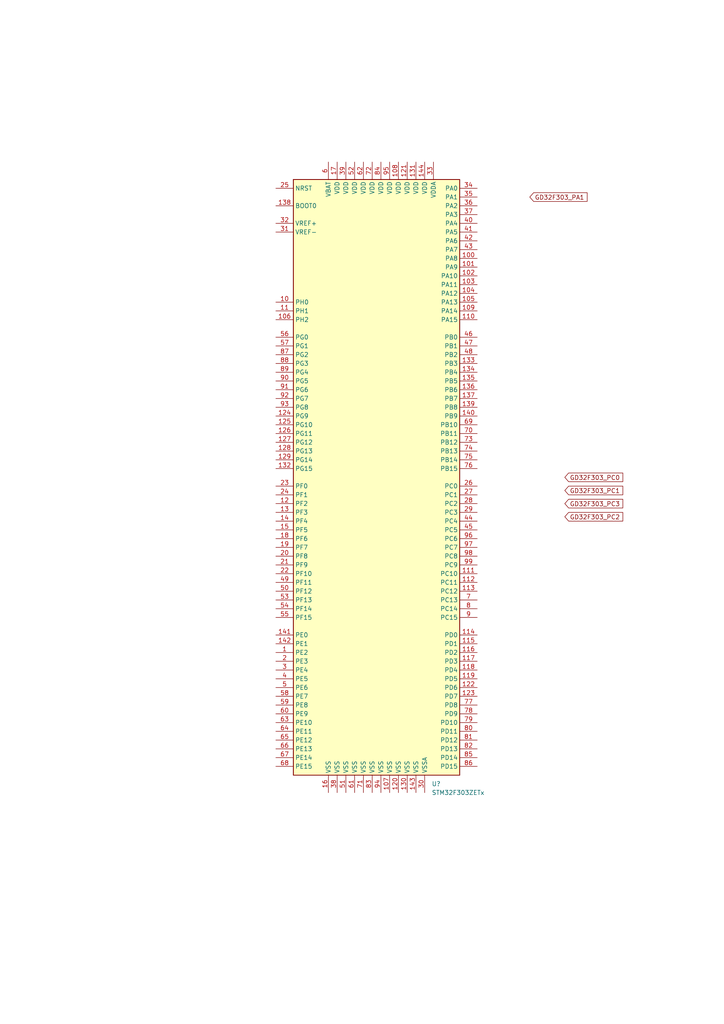
<source format=kicad_sch>
(kicad_sch (version 20211123) (generator eeschema)

  (uuid 950a68f1-3cfc-4ee4-a21e-cf431034cff5)

  (paper "A4" portrait)

  (lib_symbols
    (symbol "MCU_ST_STM32F3:STM32F303ZETx" (in_bom yes) (on_board yes)
      (property "Reference" "U" (id 0) (at -25.4 87.63 0)
        (effects (font (size 1.27 1.27)) (justify left))
      )
      (property "Value" "STM32F303ZETx" (id 1) (at 17.78 87.63 0)
        (effects (font (size 1.27 1.27)) (justify left))
      )
      (property "Footprint" "Package_QFP:LQFP-144_20x20mm_P0.5mm" (id 2) (at -25.4 -86.36 0)
        (effects (font (size 1.27 1.27)) (justify right) hide)
      )
      (property "Datasheet" "http://www.st.com/st-web-ui/static/active/en/resource/technical/document/datasheet/DM00118585.pdf" (id 3) (at 0 0 0)
        (effects (font (size 1.27 1.27)) hide)
      )
      (property "ki_keywords" "ARM Cortex-M4 STM32F3 STM32F303" (id 4) (at 0 0 0)
        (effects (font (size 1.27 1.27)) hide)
      )
      (property "ki_description" "ARM Cortex-M4 MCU, 512KB flash, 64KB RAM, 72MHz, 2-3.6V, 115 GPIO, LQFP-144" (id 5) (at 0 0 0)
        (effects (font (size 1.27 1.27)) hide)
      )
      (property "ki_fp_filters" "LQFP*20x20mm*P0.5mm*" (id 6) (at 0 0 0)
        (effects (font (size 1.27 1.27)) hide)
      )
      (symbol "STM32F303ZETx_0_1"
        (rectangle (start -25.4 -86.36) (end 22.86 86.36)
          (stroke (width 0.254) (type default) (color 0 0 0 0))
          (fill (type background))
        )
      )
      (symbol "STM32F303ZETx_1_1"
        (pin bidirectional line (at -30.48 -50.8 0) (length 5.08)
          (name "PE2" (effects (font (size 1.27 1.27))))
          (number "1" (effects (font (size 1.27 1.27))))
        )
        (pin bidirectional line (at -30.48 50.8 0) (length 5.08)
          (name "PH0" (effects (font (size 1.27 1.27))))
          (number "10" (effects (font (size 1.27 1.27))))
        )
        (pin bidirectional line (at 27.94 63.5 180) (length 5.08)
          (name "PA8" (effects (font (size 1.27 1.27))))
          (number "100" (effects (font (size 1.27 1.27))))
        )
        (pin bidirectional line (at 27.94 60.96 180) (length 5.08)
          (name "PA9" (effects (font (size 1.27 1.27))))
          (number "101" (effects (font (size 1.27 1.27))))
        )
        (pin bidirectional line (at 27.94 58.42 180) (length 5.08)
          (name "PA10" (effects (font (size 1.27 1.27))))
          (number "102" (effects (font (size 1.27 1.27))))
        )
        (pin bidirectional line (at 27.94 55.88 180) (length 5.08)
          (name "PA11" (effects (font (size 1.27 1.27))))
          (number "103" (effects (font (size 1.27 1.27))))
        )
        (pin bidirectional line (at 27.94 53.34 180) (length 5.08)
          (name "PA12" (effects (font (size 1.27 1.27))))
          (number "104" (effects (font (size 1.27 1.27))))
        )
        (pin bidirectional line (at 27.94 50.8 180) (length 5.08)
          (name "PA13" (effects (font (size 1.27 1.27))))
          (number "105" (effects (font (size 1.27 1.27))))
        )
        (pin bidirectional line (at -30.48 45.72 0) (length 5.08)
          (name "PH2" (effects (font (size 1.27 1.27))))
          (number "106" (effects (font (size 1.27 1.27))))
        )
        (pin power_in line (at 2.54 -91.44 90) (length 5.08)
          (name "VSS" (effects (font (size 1.27 1.27))))
          (number "107" (effects (font (size 1.27 1.27))))
        )
        (pin power_in line (at 5.08 91.44 270) (length 5.08)
          (name "VDD" (effects (font (size 1.27 1.27))))
          (number "108" (effects (font (size 1.27 1.27))))
        )
        (pin bidirectional line (at 27.94 48.26 180) (length 5.08)
          (name "PA14" (effects (font (size 1.27 1.27))))
          (number "109" (effects (font (size 1.27 1.27))))
        )
        (pin bidirectional line (at -30.48 48.26 0) (length 5.08)
          (name "PH1" (effects (font (size 1.27 1.27))))
          (number "11" (effects (font (size 1.27 1.27))))
        )
        (pin bidirectional line (at 27.94 45.72 180) (length 5.08)
          (name "PA15" (effects (font (size 1.27 1.27))))
          (number "110" (effects (font (size 1.27 1.27))))
        )
        (pin bidirectional line (at 27.94 -27.94 180) (length 5.08)
          (name "PC10" (effects (font (size 1.27 1.27))))
          (number "111" (effects (font (size 1.27 1.27))))
        )
        (pin bidirectional line (at 27.94 -30.48 180) (length 5.08)
          (name "PC11" (effects (font (size 1.27 1.27))))
          (number "112" (effects (font (size 1.27 1.27))))
        )
        (pin bidirectional line (at 27.94 -33.02 180) (length 5.08)
          (name "PC12" (effects (font (size 1.27 1.27))))
          (number "113" (effects (font (size 1.27 1.27))))
        )
        (pin bidirectional line (at 27.94 -45.72 180) (length 5.08)
          (name "PD0" (effects (font (size 1.27 1.27))))
          (number "114" (effects (font (size 1.27 1.27))))
        )
        (pin bidirectional line (at 27.94 -48.26 180) (length 5.08)
          (name "PD1" (effects (font (size 1.27 1.27))))
          (number "115" (effects (font (size 1.27 1.27))))
        )
        (pin bidirectional line (at 27.94 -50.8 180) (length 5.08)
          (name "PD2" (effects (font (size 1.27 1.27))))
          (number "116" (effects (font (size 1.27 1.27))))
        )
        (pin bidirectional line (at 27.94 -53.34 180) (length 5.08)
          (name "PD3" (effects (font (size 1.27 1.27))))
          (number "117" (effects (font (size 1.27 1.27))))
        )
        (pin bidirectional line (at 27.94 -55.88 180) (length 5.08)
          (name "PD4" (effects (font (size 1.27 1.27))))
          (number "118" (effects (font (size 1.27 1.27))))
        )
        (pin bidirectional line (at 27.94 -58.42 180) (length 5.08)
          (name "PD5" (effects (font (size 1.27 1.27))))
          (number "119" (effects (font (size 1.27 1.27))))
        )
        (pin bidirectional line (at -30.48 -7.62 0) (length 5.08)
          (name "PF2" (effects (font (size 1.27 1.27))))
          (number "12" (effects (font (size 1.27 1.27))))
        )
        (pin power_in line (at 5.08 -91.44 90) (length 5.08)
          (name "VSS" (effects (font (size 1.27 1.27))))
          (number "120" (effects (font (size 1.27 1.27))))
        )
        (pin power_in line (at 7.62 91.44 270) (length 5.08)
          (name "VDD" (effects (font (size 1.27 1.27))))
          (number "121" (effects (font (size 1.27 1.27))))
        )
        (pin bidirectional line (at 27.94 -60.96 180) (length 5.08)
          (name "PD6" (effects (font (size 1.27 1.27))))
          (number "122" (effects (font (size 1.27 1.27))))
        )
        (pin bidirectional line (at 27.94 -63.5 180) (length 5.08)
          (name "PD7" (effects (font (size 1.27 1.27))))
          (number "123" (effects (font (size 1.27 1.27))))
        )
        (pin bidirectional line (at -30.48 17.78 0) (length 5.08)
          (name "PG9" (effects (font (size 1.27 1.27))))
          (number "124" (effects (font (size 1.27 1.27))))
        )
        (pin bidirectional line (at -30.48 15.24 0) (length 5.08)
          (name "PG10" (effects (font (size 1.27 1.27))))
          (number "125" (effects (font (size 1.27 1.27))))
        )
        (pin bidirectional line (at -30.48 12.7 0) (length 5.08)
          (name "PG11" (effects (font (size 1.27 1.27))))
          (number "126" (effects (font (size 1.27 1.27))))
        )
        (pin bidirectional line (at -30.48 10.16 0) (length 5.08)
          (name "PG12" (effects (font (size 1.27 1.27))))
          (number "127" (effects (font (size 1.27 1.27))))
        )
        (pin bidirectional line (at -30.48 7.62 0) (length 5.08)
          (name "PG13" (effects (font (size 1.27 1.27))))
          (number "128" (effects (font (size 1.27 1.27))))
        )
        (pin bidirectional line (at -30.48 5.08 0) (length 5.08)
          (name "PG14" (effects (font (size 1.27 1.27))))
          (number "129" (effects (font (size 1.27 1.27))))
        )
        (pin bidirectional line (at -30.48 -10.16 0) (length 5.08)
          (name "PF3" (effects (font (size 1.27 1.27))))
          (number "13" (effects (font (size 1.27 1.27))))
        )
        (pin power_in line (at 7.62 -91.44 90) (length 5.08)
          (name "VSS" (effects (font (size 1.27 1.27))))
          (number "130" (effects (font (size 1.27 1.27))))
        )
        (pin power_in line (at 10.16 91.44 270) (length 5.08)
          (name "VDD" (effects (font (size 1.27 1.27))))
          (number "131" (effects (font (size 1.27 1.27))))
        )
        (pin bidirectional line (at -30.48 2.54 0) (length 5.08)
          (name "PG15" (effects (font (size 1.27 1.27))))
          (number "132" (effects (font (size 1.27 1.27))))
        )
        (pin bidirectional line (at 27.94 33.02 180) (length 5.08)
          (name "PB3" (effects (font (size 1.27 1.27))))
          (number "133" (effects (font (size 1.27 1.27))))
        )
        (pin bidirectional line (at 27.94 30.48 180) (length 5.08)
          (name "PB4" (effects (font (size 1.27 1.27))))
          (number "134" (effects (font (size 1.27 1.27))))
        )
        (pin bidirectional line (at 27.94 27.94 180) (length 5.08)
          (name "PB5" (effects (font (size 1.27 1.27))))
          (number "135" (effects (font (size 1.27 1.27))))
        )
        (pin bidirectional line (at 27.94 25.4 180) (length 5.08)
          (name "PB6" (effects (font (size 1.27 1.27))))
          (number "136" (effects (font (size 1.27 1.27))))
        )
        (pin bidirectional line (at 27.94 22.86 180) (length 5.08)
          (name "PB7" (effects (font (size 1.27 1.27))))
          (number "137" (effects (font (size 1.27 1.27))))
        )
        (pin input line (at -30.48 78.74 0) (length 5.08)
          (name "BOOT0" (effects (font (size 1.27 1.27))))
          (number "138" (effects (font (size 1.27 1.27))))
        )
        (pin bidirectional line (at 27.94 20.32 180) (length 5.08)
          (name "PB8" (effects (font (size 1.27 1.27))))
          (number "139" (effects (font (size 1.27 1.27))))
        )
        (pin bidirectional line (at -30.48 -12.7 0) (length 5.08)
          (name "PF4" (effects (font (size 1.27 1.27))))
          (number "14" (effects (font (size 1.27 1.27))))
        )
        (pin bidirectional line (at 27.94 17.78 180) (length 5.08)
          (name "PB9" (effects (font (size 1.27 1.27))))
          (number "140" (effects (font (size 1.27 1.27))))
        )
        (pin bidirectional line (at -30.48 -45.72 0) (length 5.08)
          (name "PE0" (effects (font (size 1.27 1.27))))
          (number "141" (effects (font (size 1.27 1.27))))
        )
        (pin bidirectional line (at -30.48 -48.26 0) (length 5.08)
          (name "PE1" (effects (font (size 1.27 1.27))))
          (number "142" (effects (font (size 1.27 1.27))))
        )
        (pin power_in line (at 10.16 -91.44 90) (length 5.08)
          (name "VSS" (effects (font (size 1.27 1.27))))
          (number "143" (effects (font (size 1.27 1.27))))
        )
        (pin power_in line (at 12.7 91.44 270) (length 5.08)
          (name "VDD" (effects (font (size 1.27 1.27))))
          (number "144" (effects (font (size 1.27 1.27))))
        )
        (pin bidirectional line (at -30.48 -15.24 0) (length 5.08)
          (name "PF5" (effects (font (size 1.27 1.27))))
          (number "15" (effects (font (size 1.27 1.27))))
        )
        (pin power_in line (at -15.24 -91.44 90) (length 5.08)
          (name "VSS" (effects (font (size 1.27 1.27))))
          (number "16" (effects (font (size 1.27 1.27))))
        )
        (pin power_in line (at -12.7 91.44 270) (length 5.08)
          (name "VDD" (effects (font (size 1.27 1.27))))
          (number "17" (effects (font (size 1.27 1.27))))
        )
        (pin bidirectional line (at -30.48 -17.78 0) (length 5.08)
          (name "PF6" (effects (font (size 1.27 1.27))))
          (number "18" (effects (font (size 1.27 1.27))))
        )
        (pin bidirectional line (at -30.48 -20.32 0) (length 5.08)
          (name "PF7" (effects (font (size 1.27 1.27))))
          (number "19" (effects (font (size 1.27 1.27))))
        )
        (pin bidirectional line (at -30.48 -53.34 0) (length 5.08)
          (name "PE3" (effects (font (size 1.27 1.27))))
          (number "2" (effects (font (size 1.27 1.27))))
        )
        (pin bidirectional line (at -30.48 -22.86 0) (length 5.08)
          (name "PF8" (effects (font (size 1.27 1.27))))
          (number "20" (effects (font (size 1.27 1.27))))
        )
        (pin bidirectional line (at -30.48 -25.4 0) (length 5.08)
          (name "PF9" (effects (font (size 1.27 1.27))))
          (number "21" (effects (font (size 1.27 1.27))))
        )
        (pin bidirectional line (at -30.48 -27.94 0) (length 5.08)
          (name "PF10" (effects (font (size 1.27 1.27))))
          (number "22" (effects (font (size 1.27 1.27))))
        )
        (pin input line (at -30.48 -2.54 0) (length 5.08)
          (name "PF0" (effects (font (size 1.27 1.27))))
          (number "23" (effects (font (size 1.27 1.27))))
        )
        (pin input line (at -30.48 -5.08 0) (length 5.08)
          (name "PF1" (effects (font (size 1.27 1.27))))
          (number "24" (effects (font (size 1.27 1.27))))
        )
        (pin input line (at -30.48 83.82 0) (length 5.08)
          (name "NRST" (effects (font (size 1.27 1.27))))
          (number "25" (effects (font (size 1.27 1.27))))
        )
        (pin bidirectional line (at 27.94 -2.54 180) (length 5.08)
          (name "PC0" (effects (font (size 1.27 1.27))))
          (number "26" (effects (font (size 1.27 1.27))))
        )
        (pin bidirectional line (at 27.94 -5.08 180) (length 5.08)
          (name "PC1" (effects (font (size 1.27 1.27))))
          (number "27" (effects (font (size 1.27 1.27))))
        )
        (pin bidirectional line (at 27.94 -7.62 180) (length 5.08)
          (name "PC2" (effects (font (size 1.27 1.27))))
          (number "28" (effects (font (size 1.27 1.27))))
        )
        (pin bidirectional line (at 27.94 -10.16 180) (length 5.08)
          (name "PC3" (effects (font (size 1.27 1.27))))
          (number "29" (effects (font (size 1.27 1.27))))
        )
        (pin bidirectional line (at -30.48 -55.88 0) (length 5.08)
          (name "PE4" (effects (font (size 1.27 1.27))))
          (number "3" (effects (font (size 1.27 1.27))))
        )
        (pin power_in line (at 12.7 -91.44 90) (length 5.08)
          (name "VSSA" (effects (font (size 1.27 1.27))))
          (number "30" (effects (font (size 1.27 1.27))))
        )
        (pin power_in line (at -30.48 71.12 0) (length 5.08)
          (name "VREF-" (effects (font (size 1.27 1.27))))
          (number "31" (effects (font (size 1.27 1.27))))
        )
        (pin power_in line (at -30.48 73.66 0) (length 5.08)
          (name "VREF+" (effects (font (size 1.27 1.27))))
          (number "32" (effects (font (size 1.27 1.27))))
        )
        (pin power_in line (at 15.24 91.44 270) (length 5.08)
          (name "VDDA" (effects (font (size 1.27 1.27))))
          (number "33" (effects (font (size 1.27 1.27))))
        )
        (pin bidirectional line (at 27.94 83.82 180) (length 5.08)
          (name "PA0" (effects (font (size 1.27 1.27))))
          (number "34" (effects (font (size 1.27 1.27))))
        )
        (pin bidirectional line (at 27.94 81.28 180) (length 5.08)
          (name "PA1" (effects (font (size 1.27 1.27))))
          (number "35" (effects (font (size 1.27 1.27))))
        )
        (pin bidirectional line (at 27.94 78.74 180) (length 5.08)
          (name "PA2" (effects (font (size 1.27 1.27))))
          (number "36" (effects (font (size 1.27 1.27))))
        )
        (pin bidirectional line (at 27.94 76.2 180) (length 5.08)
          (name "PA3" (effects (font (size 1.27 1.27))))
          (number "37" (effects (font (size 1.27 1.27))))
        )
        (pin power_in line (at -12.7 -91.44 90) (length 5.08)
          (name "VSS" (effects (font (size 1.27 1.27))))
          (number "38" (effects (font (size 1.27 1.27))))
        )
        (pin power_in line (at -10.16 91.44 270) (length 5.08)
          (name "VDD" (effects (font (size 1.27 1.27))))
          (number "39" (effects (font (size 1.27 1.27))))
        )
        (pin bidirectional line (at -30.48 -58.42 0) (length 5.08)
          (name "PE5" (effects (font (size 1.27 1.27))))
          (number "4" (effects (font (size 1.27 1.27))))
        )
        (pin bidirectional line (at 27.94 73.66 180) (length 5.08)
          (name "PA4" (effects (font (size 1.27 1.27))))
          (number "40" (effects (font (size 1.27 1.27))))
        )
        (pin bidirectional line (at 27.94 71.12 180) (length 5.08)
          (name "PA5" (effects (font (size 1.27 1.27))))
          (number "41" (effects (font (size 1.27 1.27))))
        )
        (pin bidirectional line (at 27.94 68.58 180) (length 5.08)
          (name "PA6" (effects (font (size 1.27 1.27))))
          (number "42" (effects (font (size 1.27 1.27))))
        )
        (pin bidirectional line (at 27.94 66.04 180) (length 5.08)
          (name "PA7" (effects (font (size 1.27 1.27))))
          (number "43" (effects (font (size 1.27 1.27))))
        )
        (pin bidirectional line (at 27.94 -12.7 180) (length 5.08)
          (name "PC4" (effects (font (size 1.27 1.27))))
          (number "44" (effects (font (size 1.27 1.27))))
        )
        (pin bidirectional line (at 27.94 -15.24 180) (length 5.08)
          (name "PC5" (effects (font (size 1.27 1.27))))
          (number "45" (effects (font (size 1.27 1.27))))
        )
        (pin bidirectional line (at 27.94 40.64 180) (length 5.08)
          (name "PB0" (effects (font (size 1.27 1.27))))
          (number "46" (effects (font (size 1.27 1.27))))
        )
        (pin bidirectional line (at 27.94 38.1 180) (length 5.08)
          (name "PB1" (effects (font (size 1.27 1.27))))
          (number "47" (effects (font (size 1.27 1.27))))
        )
        (pin bidirectional line (at 27.94 35.56 180) (length 5.08)
          (name "PB2" (effects (font (size 1.27 1.27))))
          (number "48" (effects (font (size 1.27 1.27))))
        )
        (pin bidirectional line (at -30.48 -30.48 0) (length 5.08)
          (name "PF11" (effects (font (size 1.27 1.27))))
          (number "49" (effects (font (size 1.27 1.27))))
        )
        (pin bidirectional line (at -30.48 -60.96 0) (length 5.08)
          (name "PE6" (effects (font (size 1.27 1.27))))
          (number "5" (effects (font (size 1.27 1.27))))
        )
        (pin bidirectional line (at -30.48 -33.02 0) (length 5.08)
          (name "PF12" (effects (font (size 1.27 1.27))))
          (number "50" (effects (font (size 1.27 1.27))))
        )
        (pin power_in line (at -10.16 -91.44 90) (length 5.08)
          (name "VSS" (effects (font (size 1.27 1.27))))
          (number "51" (effects (font (size 1.27 1.27))))
        )
        (pin power_in line (at -7.62 91.44 270) (length 5.08)
          (name "VDD" (effects (font (size 1.27 1.27))))
          (number "52" (effects (font (size 1.27 1.27))))
        )
        (pin bidirectional line (at -30.48 -35.56 0) (length 5.08)
          (name "PF13" (effects (font (size 1.27 1.27))))
          (number "53" (effects (font (size 1.27 1.27))))
        )
        (pin bidirectional line (at -30.48 -38.1 0) (length 5.08)
          (name "PF14" (effects (font (size 1.27 1.27))))
          (number "54" (effects (font (size 1.27 1.27))))
        )
        (pin bidirectional line (at -30.48 -40.64 0) (length 5.08)
          (name "PF15" (effects (font (size 1.27 1.27))))
          (number "55" (effects (font (size 1.27 1.27))))
        )
        (pin bidirectional line (at -30.48 40.64 0) (length 5.08)
          (name "PG0" (effects (font (size 1.27 1.27))))
          (number "56" (effects (font (size 1.27 1.27))))
        )
        (pin bidirectional line (at -30.48 38.1 0) (length 5.08)
          (name "PG1" (effects (font (size 1.27 1.27))))
          (number "57" (effects (font (size 1.27 1.27))))
        )
        (pin bidirectional line (at -30.48 -63.5 0) (length 5.08)
          (name "PE7" (effects (font (size 1.27 1.27))))
          (number "58" (effects (font (size 1.27 1.27))))
        )
        (pin bidirectional line (at -30.48 -66.04 0) (length 5.08)
          (name "PE8" (effects (font (size 1.27 1.27))))
          (number "59" (effects (font (size 1.27 1.27))))
        )
        (pin power_in line (at -15.24 91.44 270) (length 5.08)
          (name "VBAT" (effects (font (size 1.27 1.27))))
          (number "6" (effects (font (size 1.27 1.27))))
        )
        (pin bidirectional line (at -30.48 -68.58 0) (length 5.08)
          (name "PE9" (effects (font (size 1.27 1.27))))
          (number "60" (effects (font (size 1.27 1.27))))
        )
        (pin power_in line (at -7.62 -91.44 90) (length 5.08)
          (name "VSS" (effects (font (size 1.27 1.27))))
          (number "61" (effects (font (size 1.27 1.27))))
        )
        (pin power_in line (at -5.08 91.44 270) (length 5.08)
          (name "VDD" (effects (font (size 1.27 1.27))))
          (number "62" (effects (font (size 1.27 1.27))))
        )
        (pin bidirectional line (at -30.48 -71.12 0) (length 5.08)
          (name "PE10" (effects (font (size 1.27 1.27))))
          (number "63" (effects (font (size 1.27 1.27))))
        )
        (pin bidirectional line (at -30.48 -73.66 0) (length 5.08)
          (name "PE11" (effects (font (size 1.27 1.27))))
          (number "64" (effects (font (size 1.27 1.27))))
        )
        (pin bidirectional line (at -30.48 -76.2 0) (length 5.08)
          (name "PE12" (effects (font (size 1.27 1.27))))
          (number "65" (effects (font (size 1.27 1.27))))
        )
        (pin bidirectional line (at -30.48 -78.74 0) (length 5.08)
          (name "PE13" (effects (font (size 1.27 1.27))))
          (number "66" (effects (font (size 1.27 1.27))))
        )
        (pin bidirectional line (at -30.48 -81.28 0) (length 5.08)
          (name "PE14" (effects (font (size 1.27 1.27))))
          (number "67" (effects (font (size 1.27 1.27))))
        )
        (pin bidirectional line (at -30.48 -83.82 0) (length 5.08)
          (name "PE15" (effects (font (size 1.27 1.27))))
          (number "68" (effects (font (size 1.27 1.27))))
        )
        (pin bidirectional line (at 27.94 15.24 180) (length 5.08)
          (name "PB10" (effects (font (size 1.27 1.27))))
          (number "69" (effects (font (size 1.27 1.27))))
        )
        (pin bidirectional line (at 27.94 -35.56 180) (length 5.08)
          (name "PC13" (effects (font (size 1.27 1.27))))
          (number "7" (effects (font (size 1.27 1.27))))
        )
        (pin bidirectional line (at 27.94 12.7 180) (length 5.08)
          (name "PB11" (effects (font (size 1.27 1.27))))
          (number "70" (effects (font (size 1.27 1.27))))
        )
        (pin power_in line (at -5.08 -91.44 90) (length 5.08)
          (name "VSS" (effects (font (size 1.27 1.27))))
          (number "71" (effects (font (size 1.27 1.27))))
        )
        (pin power_in line (at -2.54 91.44 270) (length 5.08)
          (name "VDD" (effects (font (size 1.27 1.27))))
          (number "72" (effects (font (size 1.27 1.27))))
        )
        (pin bidirectional line (at 27.94 10.16 180) (length 5.08)
          (name "PB12" (effects (font (size 1.27 1.27))))
          (number "73" (effects (font (size 1.27 1.27))))
        )
        (pin bidirectional line (at 27.94 7.62 180) (length 5.08)
          (name "PB13" (effects (font (size 1.27 1.27))))
          (number "74" (effects (font (size 1.27 1.27))))
        )
        (pin bidirectional line (at 27.94 5.08 180) (length 5.08)
          (name "PB14" (effects (font (size 1.27 1.27))))
          (number "75" (effects (font (size 1.27 1.27))))
        )
        (pin bidirectional line (at 27.94 2.54 180) (length 5.08)
          (name "PB15" (effects (font (size 1.27 1.27))))
          (number "76" (effects (font (size 1.27 1.27))))
        )
        (pin bidirectional line (at 27.94 -66.04 180) (length 5.08)
          (name "PD8" (effects (font (size 1.27 1.27))))
          (number "77" (effects (font (size 1.27 1.27))))
        )
        (pin bidirectional line (at 27.94 -68.58 180) (length 5.08)
          (name "PD9" (effects (font (size 1.27 1.27))))
          (number "78" (effects (font (size 1.27 1.27))))
        )
        (pin bidirectional line (at 27.94 -71.12 180) (length 5.08)
          (name "PD10" (effects (font (size 1.27 1.27))))
          (number "79" (effects (font (size 1.27 1.27))))
        )
        (pin bidirectional line (at 27.94 -38.1 180) (length 5.08)
          (name "PC14" (effects (font (size 1.27 1.27))))
          (number "8" (effects (font (size 1.27 1.27))))
        )
        (pin bidirectional line (at 27.94 -73.66 180) (length 5.08)
          (name "PD11" (effects (font (size 1.27 1.27))))
          (number "80" (effects (font (size 1.27 1.27))))
        )
        (pin bidirectional line (at 27.94 -76.2 180) (length 5.08)
          (name "PD12" (effects (font (size 1.27 1.27))))
          (number "81" (effects (font (size 1.27 1.27))))
        )
        (pin bidirectional line (at 27.94 -78.74 180) (length 5.08)
          (name "PD13" (effects (font (size 1.27 1.27))))
          (number "82" (effects (font (size 1.27 1.27))))
        )
        (pin power_in line (at -2.54 -91.44 90) (length 5.08)
          (name "VSS" (effects (font (size 1.27 1.27))))
          (number "83" (effects (font (size 1.27 1.27))))
        )
        (pin power_in line (at 0 91.44 270) (length 5.08)
          (name "VDD" (effects (font (size 1.27 1.27))))
          (number "84" (effects (font (size 1.27 1.27))))
        )
        (pin bidirectional line (at 27.94 -81.28 180) (length 5.08)
          (name "PD14" (effects (font (size 1.27 1.27))))
          (number "85" (effects (font (size 1.27 1.27))))
        )
        (pin bidirectional line (at 27.94 -83.82 180) (length 5.08)
          (name "PD15" (effects (font (size 1.27 1.27))))
          (number "86" (effects (font (size 1.27 1.27))))
        )
        (pin bidirectional line (at -30.48 35.56 0) (length 5.08)
          (name "PG2" (effects (font (size 1.27 1.27))))
          (number "87" (effects (font (size 1.27 1.27))))
        )
        (pin bidirectional line (at -30.48 33.02 0) (length 5.08)
          (name "PG3" (effects (font (size 1.27 1.27))))
          (number "88" (effects (font (size 1.27 1.27))))
        )
        (pin bidirectional line (at -30.48 30.48 0) (length 5.08)
          (name "PG4" (effects (font (size 1.27 1.27))))
          (number "89" (effects (font (size 1.27 1.27))))
        )
        (pin bidirectional line (at 27.94 -40.64 180) (length 5.08)
          (name "PC15" (effects (font (size 1.27 1.27))))
          (number "9" (effects (font (size 1.27 1.27))))
        )
        (pin bidirectional line (at -30.48 27.94 0) (length 5.08)
          (name "PG5" (effects (font (size 1.27 1.27))))
          (number "90" (effects (font (size 1.27 1.27))))
        )
        (pin bidirectional line (at -30.48 25.4 0) (length 5.08)
          (name "PG6" (effects (font (size 1.27 1.27))))
          (number "91" (effects (font (size 1.27 1.27))))
        )
        (pin bidirectional line (at -30.48 22.86 0) (length 5.08)
          (name "PG7" (effects (font (size 1.27 1.27))))
          (number "92" (effects (font (size 1.27 1.27))))
        )
        (pin bidirectional line (at -30.48 20.32 0) (length 5.08)
          (name "PG8" (effects (font (size 1.27 1.27))))
          (number "93" (effects (font (size 1.27 1.27))))
        )
        (pin power_in line (at 0 -91.44 90) (length 5.08)
          (name "VSS" (effects (font (size 1.27 1.27))))
          (number "94" (effects (font (size 1.27 1.27))))
        )
        (pin power_in line (at 2.54 91.44 270) (length 5.08)
          (name "VDD" (effects (font (size 1.27 1.27))))
          (number "95" (effects (font (size 1.27 1.27))))
        )
        (pin bidirectional line (at 27.94 -17.78 180) (length 5.08)
          (name "PC6" (effects (font (size 1.27 1.27))))
          (number "96" (effects (font (size 1.27 1.27))))
        )
        (pin bidirectional line (at 27.94 -20.32 180) (length 5.08)
          (name "PC7" (effects (font (size 1.27 1.27))))
          (number "97" (effects (font (size 1.27 1.27))))
        )
        (pin bidirectional line (at 27.94 -22.86 180) (length 5.08)
          (name "PC8" (effects (font (size 1.27 1.27))))
          (number "98" (effects (font (size 1.27 1.27))))
        )
        (pin bidirectional line (at 27.94 -25.4 180) (length 5.08)
          (name "PC9" (effects (font (size 1.27 1.27))))
          (number "99" (effects (font (size 1.27 1.27))))
        )
      )
    )
  )


  (global_label "GD32F303_PC3" (shape input) (at 163.83 146.05 0) (fields_autoplaced)
    (effects (font (size 1.27 1.27)) (justify left))
    (uuid 1411a5f0-0e00-49e3-85ea-f94a3bc09b68)
    (property "Intersheet References" "${INTERSHEET_REFS}" (id 0) (at 180.6364 145.9706 0)
      (effects (font (size 1.27 1.27)) (justify left) hide)
    )
  )
  (global_label "GD32F303_PC2" (shape input) (at 163.83 149.86 0) (fields_autoplaced)
    (effects (font (size 1.27 1.27)) (justify left))
    (uuid 533b8639-d057-4962-8457-834c0a50b82f)
    (property "Intersheet References" "${INTERSHEET_REFS}" (id 0) (at 180.6364 149.7806 0)
      (effects (font (size 1.27 1.27)) (justify left) hide)
    )
  )
  (global_label "GD32F303_PC1" (shape input) (at 163.83 142.24 0) (fields_autoplaced)
    (effects (font (size 1.27 1.27)) (justify left))
    (uuid 5fb6a519-82af-4828-bcfc-86d5782e52e9)
    (property "Intersheet References" "${INTERSHEET_REFS}" (id 0) (at 180.6364 142.1606 0)
      (effects (font (size 1.27 1.27)) (justify left) hide)
    )
  )
  (global_label "GD32F303_PA1" (shape input) (at 153.67 57.15 0) (fields_autoplaced)
    (effects (font (size 1.27 1.27)) (justify left))
    (uuid 831863a7-434d-43ea-93e0-20e917136ab5)
    (property "Intersheet References" "${INTERSHEET_REFS}" (id 0) (at 170.295 57.0706 0)
      (effects (font (size 1.27 1.27)) (justify left) hide)
    )
  )
  (global_label "GD32F303_PC0" (shape input) (at 163.83 138.43 0) (fields_autoplaced)
    (effects (font (size 1.27 1.27)) (justify left))
    (uuid 9a8ceb9e-2c42-4595-997e-49108954c50d)
    (property "Intersheet References" "${INTERSHEET_REFS}" (id 0) (at 180.6364 138.3506 0)
      (effects (font (size 1.27 1.27)) (justify left) hide)
    )
  )

  (symbol (lib_id "MCU_ST_STM32F3:STM32F303ZETx") (at 110.49 138.43 0) (unit 1)
    (in_bom yes) (on_board yes) (fields_autoplaced)
    (uuid abe5df83-96bb-4152-88ff-38d1e850ce93)
    (property "Reference" "U?" (id 0) (at 125.2094 227.33 0)
      (effects (font (size 1.27 1.27)) (justify left))
    )
    (property "Value" "STM32F303ZETx" (id 1) (at 125.2094 229.87 0)
      (effects (font (size 1.27 1.27)) (justify left))
    )
    (property "Footprint" "Package_QFP:LQFP-144_20x20mm_P0.5mm" (id 2) (at 85.09 224.79 0)
      (effects (font (size 1.27 1.27)) (justify right) hide)
    )
    (property "Datasheet" "http://www.st.com/st-web-ui/static/active/en/resource/technical/document/datasheet/DM00118585.pdf" (id 3) (at 110.49 138.43 0)
      (effects (font (size 1.27 1.27)) hide)
    )
    (pin "1" (uuid 2073f4c3-f825-4bb4-964a-81395e241710))
    (pin "10" (uuid 6604725a-8db9-4e68-b365-20498a7e9f14))
    (pin "100" (uuid e53973f6-c42a-4c62-869b-90f91691cae6))
    (pin "101" (uuid b8ed513d-c719-4e09-bacc-e8ee49068c8b))
    (pin "102" (uuid 039b4733-9612-4b87-a894-aaf1d4c9da57))
    (pin "103" (uuid 30f33402-3b7e-456a-a477-e9673dbc970f))
    (pin "104" (uuid 6e2d68cd-2179-4d35-b9c3-7c1b92d7b7b9))
    (pin "105" (uuid 5765c330-08aa-4f9a-bbf4-1b400f7fd0af))
    (pin "106" (uuid 394e4afc-4fe6-4775-9d58-39c2bcd57b8f))
    (pin "107" (uuid 3ad93170-8aa4-4856-8c0e-26feb21836d5))
    (pin "108" (uuid 0aca0d3d-fa6c-4812-a710-8dcd836ce700))
    (pin "109" (uuid 101b9fb8-7753-4fe5-a396-c549108011fe))
    (pin "11" (uuid a8c91a6a-f443-40d1-b9bc-924d0cad5888))
    (pin "110" (uuid c59a4239-fe18-40e2-91ed-91dcbc2f61d0))
    (pin "111" (uuid 08c4c0b8-277c-4dab-8549-3058284dd302))
    (pin "112" (uuid 359f94c5-05b6-4285-88b9-e9e229597ca1))
    (pin "113" (uuid 8a78ca5f-4fdf-4186-9393-37209ab36d6e))
    (pin "114" (uuid e0410934-44d0-47e2-9b85-95538347bf7a))
    (pin "115" (uuid 8dde381f-1f0e-4445-bfb9-36495cd4b830))
    (pin "116" (uuid d02413f0-4a2a-4f00-96f7-6f8b7221b3b7))
    (pin "117" (uuid a959a0ec-9050-499c-925a-1fca8cd79eac))
    (pin "118" (uuid 33305ffa-ab85-4010-ab3d-8f8521c4b8a2))
    (pin "119" (uuid 71686d0f-2035-48c5-bdb3-0d555d3fc414))
    (pin "12" (uuid ac922b9a-2011-4d97-b449-f4a1f44171aa))
    (pin "120" (uuid 826b96be-ba47-4600-820a-80510aff6c5e))
    (pin "121" (uuid a5aa6c8c-d97d-4d39-8198-0fa2cbffce59))
    (pin "122" (uuid 6ab49366-fe76-443c-ad95-a0e823d2c5c0))
    (pin "123" (uuid 3ac90ca8-a32c-468c-8ba7-fae2c91c46ca))
    (pin "124" (uuid f3d008a0-16e5-4c10-846c-6c6e1c14d262))
    (pin "125" (uuid 1df239fd-aed9-4075-bb67-0b49c05a240c))
    (pin "126" (uuid 1fe010ab-d8ac-469c-b035-bfd05587bb46))
    (pin "127" (uuid 28b6f9b8-91b6-4f7b-ae67-8d46241851b6))
    (pin "128" (uuid 3817f076-049c-47f4-8eaa-36710c7c2e5b))
    (pin "129" (uuid b0ff4fcd-b75d-4fd0-af0a-1b139bff7f20))
    (pin "13" (uuid 281a25d7-d772-433c-a0ab-2868fe78a312))
    (pin "130" (uuid 041c3aa6-f88e-4113-bc54-43f8fe3616ad))
    (pin "131" (uuid 92cb4f11-a01a-4a2b-9d0b-fab4d7407a17))
    (pin "132" (uuid e6c9db49-72d0-4772-9caf-7a9b17469bfb))
    (pin "133" (uuid 9f91b8ae-5f7f-44df-b8ab-a7aaf17b50fe))
    (pin "134" (uuid 8538e544-467c-4618-9eac-2a297d5c5fd7))
    (pin "135" (uuid aaadfaf6-a501-48e5-b944-8d50e6837dd3))
    (pin "136" (uuid 1bc1fe0e-f1e6-416c-93d5-7da5528afcb6))
    (pin "137" (uuid b4a8a022-adec-4f46-b944-b6c11f65d93f))
    (pin "138" (uuid 3fa463d0-ae26-4ca6-a004-06c058372840))
    (pin "139" (uuid 964b1d05-d2bd-494e-841e-4bfe7a9abc6f))
    (pin "14" (uuid f7bb673c-50b1-4a3b-9d09-01ff3ad60983))
    (pin "140" (uuid d7384894-f27c-470f-bfb0-3d9202bc4fdf))
    (pin "141" (uuid dd2d28c7-b861-46bb-8ef7-e957e2df3b93))
    (pin "142" (uuid 68992a05-b174-427e-aee2-fc4a0043a3ca))
    (pin "143" (uuid ffae1096-66d9-44c8-9e6c-55c860674b30))
    (pin "144" (uuid ea2102eb-cd4a-49c7-abd3-523bd26725fd))
    (pin "15" (uuid 3120a1ba-3f41-4f6e-a3b2-24be1d287597))
    (pin "16" (uuid 457b1639-5e6c-4549-911f-82800942be1e))
    (pin "17" (uuid 0908ae46-073a-4c16-a606-dcebbfbfea78))
    (pin "18" (uuid 47e6b9d8-e1fd-4fdd-9430-1ae6a42c265e))
    (pin "19" (uuid f216d5ef-3ac0-49a5-9a7f-47c92707dbed))
    (pin "2" (uuid 4a5c8625-81f0-4650-a017-fb818baf6a62))
    (pin "20" (uuid e1aebe08-98cd-4b64-9a79-ec194b5e2e59))
    (pin "21" (uuid 8b96aefd-c0d1-4d63-9041-7ef14bda2afa))
    (pin "22" (uuid 64218ecb-3157-485f-adfe-49a2a047f750))
    (pin "23" (uuid 4adbfc94-3307-4f26-8fba-c3038fb769ba))
    (pin "24" (uuid 5c41e998-8848-4c88-b715-afe338d6be67))
    (pin "25" (uuid b959c525-fec8-4cc8-af0e-101381445e3e))
    (pin "26" (uuid 165379fa-4bd4-41c2-84be-89185e16271b))
    (pin "27" (uuid 5f899e7e-bf6d-4f2d-8bdf-44deb052828a))
    (pin "28" (uuid d48b0540-5ebc-452f-940c-784feef3fe82))
    (pin "29" (uuid 97be2c3a-66fe-4d12-b418-00063da3ee7f))
    (pin "3" (uuid 051edbb0-dc56-47f1-af30-4998d32e2a71))
    (pin "30" (uuid fe782824-0e16-4415-9fb6-8b7faef8594e))
    (pin "31" (uuid 80f63043-6790-4fb4-8082-ed4f3e29c9b7))
    (pin "32" (uuid c5d0ad16-3221-458f-99a7-2144b17cec34))
    (pin "33" (uuid d8871d85-f976-403c-adff-ab6b9bb5208e))
    (pin "34" (uuid dcb05d4a-252d-4af6-8b18-1b4280b0d451))
    (pin "35" (uuid 7ccab9ed-9dc1-48fc-a482-7e0524fde347))
    (pin "36" (uuid 094dfe7f-df02-4913-a364-8ce0edd5a1db))
    (pin "37" (uuid c9b13c47-a1bb-4230-b058-491571337f0c))
    (pin "38" (uuid 27af4654-fba3-47e7-b284-5774d302a1e4))
    (pin "39" (uuid 1718a3bd-6978-464c-b0a6-ffb394b60c1a))
    (pin "4" (uuid 839586bd-799c-43e5-a39a-2f0b3432dbfa))
    (pin "40" (uuid f53a5994-13de-4b66-bda5-5cbf7b816b17))
    (pin "41" (uuid 22a09087-9d1d-4a04-8aa8-00f475cbffbd))
    (pin "42" (uuid 6337a63e-f9b4-49d6-b286-3def995ee107))
    (pin "43" (uuid deee5aeb-ba2e-48ef-9c81-cf315b09bfdf))
    (pin "44" (uuid 4cd304eb-b7d7-4041-adf3-1438a2800e16))
    (pin "45" (uuid 7ba2ad7d-1e4b-4c83-a9f7-371aa7b6c776))
    (pin "46" (uuid d8ef0b07-4aa1-4491-850c-b162c57dab9b))
    (pin "47" (uuid d1035d37-7c24-4d33-bfdf-aad1e4defba1))
    (pin "48" (uuid c93d2a24-73cd-441a-988a-24ece9e7d3ba))
    (pin "49" (uuid 68e3f27b-9006-4a23-adea-daa7f02f959c))
    (pin "5" (uuid c3f6c85a-e6f1-4297-b122-c28564fd2ef0))
    (pin "50" (uuid 2d6f9d2e-7f8b-4158-82b3-62ac3e97d2bc))
    (pin "51" (uuid e2b2302d-83d0-439c-bfcc-a6fa75af2c2a))
    (pin "52" (uuid 0ebf4b9f-53e0-4ba4-9427-d009d0517919))
    (pin "53" (uuid eff67b31-1f63-4393-ac79-d1b259f9f26f))
    (pin "54" (uuid dffd1b03-e15b-4a40-9658-2db0c5857771))
    (pin "55" (uuid a12bb1d6-8add-43af-a827-828dfa8b5592))
    (pin "56" (uuid 18ad89b9-f9fe-449a-bb5d-60fc7fbb7775))
    (pin "57" (uuid 3bca2ede-8b49-4b81-a1a1-8649f31633e6))
    (pin "58" (uuid b0a7459e-c39c-4bf5-a7ec-3403f01db6c2))
    (pin "59" (uuid 4d94cee6-30d1-4ac1-bdbe-54c7927b8b9d))
    (pin "6" (uuid edf6023d-2db3-4e86-978b-d3c0282768db))
    (pin "60" (uuid 2aa998f8-edf2-46c0-a5c9-49ad66631152))
    (pin "61" (uuid fd4308ac-b337-4c70-a62a-4ed390300b72))
    (pin "62" (uuid 672d9ee0-2600-471a-92e5-a332d067dd3f))
    (pin "63" (uuid c2167baa-e812-4720-a353-48f91c4904b6))
    (pin "64" (uuid 2bd0227d-2ef0-4d3d-a945-2330b77a9235))
    (pin "65" (uuid e2dc7cb9-6552-4689-b389-46a427ce3dd1))
    (pin "66" (uuid 1e832f52-0fc3-4c08-ae2c-12dd8551881b))
    (pin "67" (uuid 4ac22bed-cc8a-4ade-ab26-2e0ab1b46446))
    (pin "68" (uuid 164661e2-36eb-44c7-b992-a2fe9138d31b))
    (pin "69" (uuid 51c92752-a2e7-4751-a6fc-ec39da932bbd))
    (pin "7" (uuid 6da7a66c-3e80-4bc5-9a2a-83752a875bad))
    (pin "70" (uuid e51b82c4-5599-4aeb-bc4c-8bb4b820c9fe))
    (pin "71" (uuid bfae702a-659d-4617-9c09-e2744fcb7839))
    (pin "72" (uuid 9e57b3b1-4094-43f8-a79f-40c46733176f))
    (pin "73" (uuid c80c5c6a-629c-4fb4-a938-d00968860192))
    (pin "74" (uuid d4461aba-289a-496f-8fd9-e89f4e188f6e))
    (pin "75" (uuid 02f0d2a7-fcf3-4f6c-92ba-20cccce31ded))
    (pin "76" (uuid 3fcb1c24-acaa-485c-87f8-fcbff8c22a36))
    (pin "77" (uuid bcc95321-08a0-45c2-9fdc-de9af6c55da8))
    (pin "78" (uuid 2107ca40-3a01-43b5-be54-c79c5f7cbee2))
    (pin "79" (uuid 6b976e56-2ac5-4cc7-a07b-59aa3a2dfd29))
    (pin "8" (uuid 71454228-3567-4ed3-8240-3ca25e016a3b))
    (pin "80" (uuid a0c38ed0-0fdc-4bc3-96c6-08fd59bea245))
    (pin "81" (uuid 9cb464fd-a987-4176-b0d0-f42b236491df))
    (pin "82" (uuid 42630fc2-0b78-48ea-84d9-ec5654e309ee))
    (pin "83" (uuid 765a1c2f-4149-4027-8a29-2dd1b690a240))
    (pin "84" (uuid 46983d7b-f75f-48ec-a972-64ee3343bfb3))
    (pin "85" (uuid fb001e09-8061-4c12-9838-5072fdda58b5))
    (pin "86" (uuid 3047f962-b024-420a-934f-0d9d14762e20))
    (pin "87" (uuid 3c35142c-09b0-4309-bd07-9e33af6d2da5))
    (pin "88" (uuid 3f5b2893-1e3b-43b4-a0c9-7baf882c1bd1))
    (pin "89" (uuid 0003ceef-4206-470e-ba11-3197dc884e38))
    (pin "9" (uuid 5855d4ac-a75b-4230-a7a2-0c3e7dc49ce4))
    (pin "90" (uuid 4f36d1d7-4816-475f-8a77-4e886bb165e0))
    (pin "91" (uuid 32501152-6b78-473a-9734-8f589e0a4a92))
    (pin "92" (uuid 3f7db6e4-1b3f-4925-a16f-b4fbaa14acb4))
    (pin "93" (uuid 0cbe1584-eb24-485d-a52a-5c3127e49910))
    (pin "94" (uuid 197ea2d4-2e6b-4c4d-803d-6d5eabf32619))
    (pin "95" (uuid 9b823f55-f440-494c-af38-74cfdcabbe15))
    (pin "96" (uuid e8376b1c-bb9d-4252-8339-29f1e1e68f9c))
    (pin "97" (uuid 70264ff5-0087-4ce1-ba3c-e9eeac858f8a))
    (pin "98" (uuid a31418d4-85ea-4a75-9532-a11ff7c4dc71))
    (pin "99" (uuid f5ff28b7-c127-405e-9fd4-1ef7deb2fc7b))
  )
)

</source>
